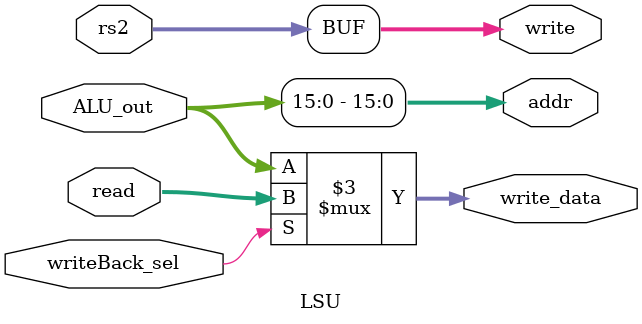
<source format=v>

module LSU(
        writeBack_sel,
        rs2,
        ALU_out,
        addr,
        write,
        read,
        write_data
    );

    // Decoder wire
    input writeBack_sel;

    // regfile ports
    input [31:0] rs2;
    output reg [31:0] write_data;

    // memory ports
    input [31:0] read;     // read in mem
    output [31:0] write;

    //ALU wires
    input [31:0] ALU_out;
    

    output [15:0] addr;

    /*

        Store --> Decoder => write enable and rs2_address and immediate value
              --> RegFile => gets rs2 and feeds it to LSU  and feeds rs1 to ALU
              --> ALU => gets rs1 and immediate and gets store adress and feeds it to LSU
              --> LSU => just uses address from ALU and data from regFile rs2 and directs it to memory
              --> dataMemory => whenever write enable is 1 stores rs2 in the given address

        Load  --> Decoder => write back enable and rs1_address and immediate value
              --> RegFile => gets rs1 and feeds it to ALU
              --> ALU => gets rs1 and immediate and gets load address and feeds it to LSU
              --> LSU => just uses address from ALU and whenever write back is enable it loads data from memory to destination register
              --> dataMemory => nothing except loads data from the given address
 
    */
    
    assign addr = ALU_out[15:0];
    assign write = rs2;

    always@(*) begin 

        if(writeBack_sel) begin
            write_data <= read;
        end else begin
            write_data <= ALU_out;
        end

    end  

endmodule
</source>
